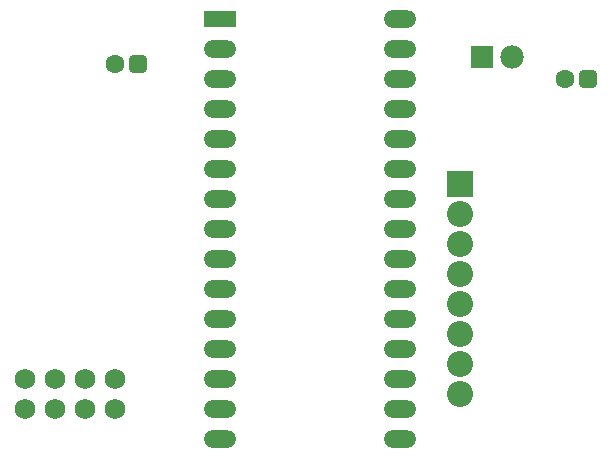
<source format=gts>
G04 Layer_Color=20142*
%FSLAX25Y25*%
%MOIN*%
G70*
G01*
G75*
G04:AMPARAMS|DCode=22|XSize=63.12mil|YSize=63.12mil|CornerRadius=20.54mil|HoleSize=0mil|Usage=FLASHONLY|Rotation=0.000|XOffset=0mil|YOffset=0mil|HoleType=Round|Shape=RoundedRectangle|*
%AMROUNDEDRECTD22*
21,1,0.06312,0.02205,0,0,0.0*
21,1,0.02205,0.06312,0,0,0.0*
1,1,0.04107,0.01102,-0.01102*
1,1,0.04107,-0.01102,-0.01102*
1,1,0.04107,-0.01102,0.01102*
1,1,0.04107,0.01102,0.01102*
%
%ADD22ROUNDEDRECTD22*%
%ADD23C,0.06312*%
%ADD24C,0.07800*%
%ADD25R,0.07800X0.07800*%
%ADD26C,0.06800*%
%ADD27O,0.10800X0.05800*%
%ADD28R,0.10800X0.05800*%
%ADD29R,0.08674X0.08674*%
%ADD30C,0.08674*%
D22*
X322874Y390000D02*
D03*
X172874Y395000D02*
D03*
D23*
X315000Y390000D02*
D03*
X165000Y395000D02*
D03*
D24*
X297500Y397500D02*
D03*
D25*
X287500D02*
D03*
D26*
X135000Y290000D02*
D03*
Y280000D02*
D03*
X145000Y290000D02*
D03*
Y280000D02*
D03*
X155000Y290000D02*
D03*
Y280000D02*
D03*
X165000Y290000D02*
D03*
Y280000D02*
D03*
D27*
X260000Y270000D02*
D03*
Y280000D02*
D03*
Y290000D02*
D03*
Y300000D02*
D03*
Y310000D02*
D03*
Y320000D02*
D03*
Y330000D02*
D03*
Y340000D02*
D03*
Y350000D02*
D03*
Y360000D02*
D03*
Y370000D02*
D03*
Y380000D02*
D03*
Y390000D02*
D03*
Y400000D02*
D03*
Y410000D02*
D03*
X200000Y270000D02*
D03*
Y280000D02*
D03*
Y290000D02*
D03*
Y300000D02*
D03*
Y310000D02*
D03*
Y320000D02*
D03*
Y330000D02*
D03*
Y340000D02*
D03*
Y350000D02*
D03*
Y360000D02*
D03*
Y370000D02*
D03*
Y380000D02*
D03*
Y390000D02*
D03*
Y400000D02*
D03*
D28*
Y410000D02*
D03*
D29*
X280000Y355000D02*
D03*
D30*
Y345000D02*
D03*
Y335000D02*
D03*
Y325000D02*
D03*
Y315000D02*
D03*
Y305000D02*
D03*
Y295000D02*
D03*
Y285000D02*
D03*
M02*

</source>
